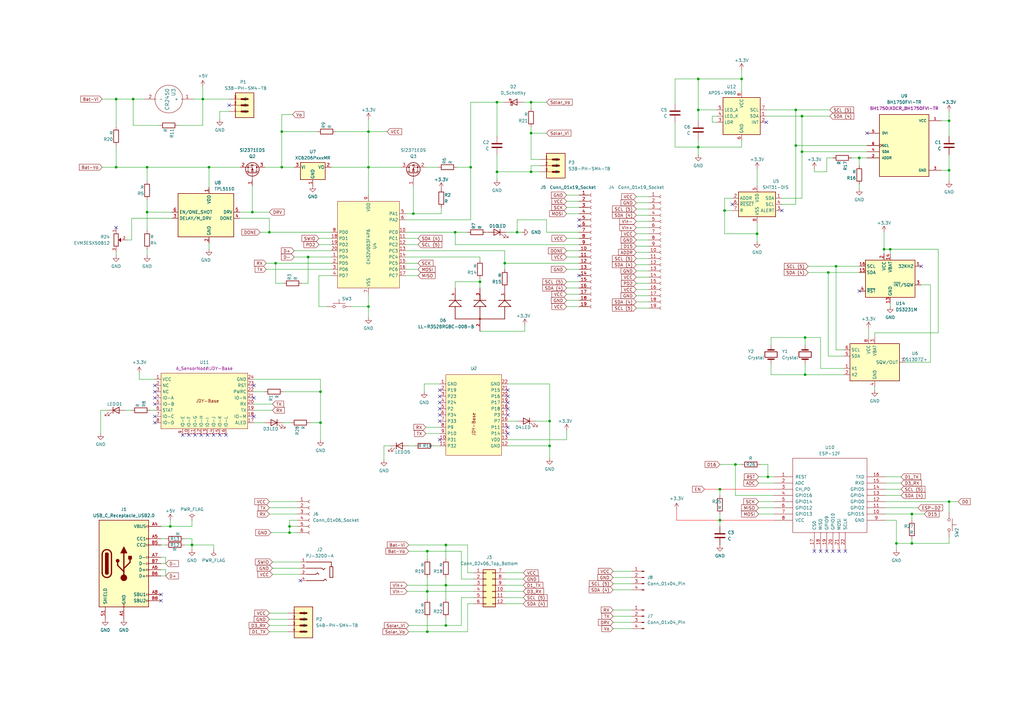
<source format=kicad_sch>
(kicad_sch (version 20230121) (generator eeschema)
  (paper "A3")
  (junction (at 389.255 49.53))
  (junction (at 151.13 125.73))
  (junction (at 47.625 68.58))
  (junction (at 113.03 107.95))
  (junction (at 207.01 107.95))
  (junction (at 115.57 68.58))
  (junction (at 193.04 68.58))
  (junction (at 225.425 182.88))
  (junction (at 126.365 105.41))
  (junction (at 203.835 70.485))
  (junction (at 203.835 41.91))
  (junction (at 47.625 40.64))
  (junction (at 115.57 53.975))
  (junction (at 367.665 222.885))
  (junction (at 342.9 109.22))
  (junction (at 131.445 160.655))
  (junction (at 169.545 87.63))
  (junction (at 212.09 95.25))
  (junction (at 225.425 172.72))
  (junction (at 295.275 213.36))
  (junction (at 217.805 54.61))
  (junction (at 151.13 68.58))
  (junction (at 83.185 40.64))
  (junction (at 362.585 102.235))
  (junction (at 182.88 256.54))
  (junction (at 330.2 138.43))
  (junction (at 60.325 68.58))
  (junction (at 175.26 226.06))
  (junction (at 297.18 86.36))
  (junction (at 60.325 86.995))
  (junction (at 118.745 218.44))
  (junction (at 118.745 215.9))
  (junction (at 339.725 111.76))
  (junction (at 103.505 86.995))
  (junction (at 314.96 195.58))
  (junction (at 131.445 173.355))
  (junction (at 310.515 95.885))
  (junction (at 330.2 153.67))
  (junction (at 295.275 200.66))
  (junction (at 328.93 62.23))
  (junction (at 328.93 47.625))
  (junction (at 182.88 223.52))
  (junction (at 326.39 59.69))
  (junction (at 374.015 210.82))
  (junction (at 186.69 95.25))
  (junction (at 286.385 32.385))
  (junction (at 286.385 60.325))
  (junction (at 374.015 222.885))
  (junction (at 389.255 205.74))
  (junction (at 196.85 115.57))
  (junction (at 301.625 190.5))
  (junction (at 78.74 223.52))
  (junction (at 365.125 102.235))
  (junction (at 110.49 95.25))
  (junction (at 175.26 259.08))
  (junction (at 151.13 53.975))
  (junction (at 352.425 64.77))
  (junction (at 182.88 240.03))
  (junction (at 389.255 69.85))
  (junction (at 304.165 32.385))
  (junction (at 69.85 215.9))
  (junction (at 54.61 40.64))
  (junction (at 217.805 70.485))
  (junction (at 85.725 68.58))
  (junction (at 326.39 45.085))
  (junction (at 217.805 41.91))
  (junction (at 286.385 45.085))
  (junction (at 175.26 242.57))
  (no_connect (at 336.55 226.06))
  (no_connect (at 104.14 170.815))
  (no_connect (at 104.14 158.115))
  (no_connect (at 180.34 170.18))
  (no_connect (at 77.47 178.435))
  (no_connect (at 237.49 92.71))
  (no_connect (at 344.17 226.06))
  (no_connect (at 300.355 83.82))
  (no_connect (at 93.98 43.18))
  (no_connect (at 346.71 226.06))
  (no_connect (at 208.28 165.1))
  (no_connect (at 355.6 54.61))
  (no_connect (at 320.675 86.36))
  (no_connect (at 237.49 113.03))
  (no_connect (at 180.34 172.72))
  (no_connect (at 104.14 163.195))
  (no_connect (at 334.01 226.06))
  (no_connect (at 66.04 246.38))
  (no_connect (at 82.55 178.435))
  (no_connect (at 90.17 178.435))
  (no_connect (at 314.325 50.165))
  (no_connect (at 208.28 162.56))
  (no_connect (at 87.63 178.435))
  (no_connect (at 92.71 178.435))
  (no_connect (at 180.34 167.64))
  (no_connect (at 352.425 119.38))
  (no_connect (at 208.28 170.18))
  (no_connect (at 339.09 226.06))
  (no_connect (at 208.28 177.8))
  (no_connect (at 80.01 178.435))
  (no_connect (at 85.09 178.435))
  (no_connect (at 377.825 109.22))
  (no_connect (at 341.63 226.06))
  (no_connect (at 63.5 163.195))
  (no_connect (at 63.5 158.115))
  (no_connect (at 63.5 160.655))
  (no_connect (at 237.49 90.17))
  (no_connect (at 208.28 167.64))
  (no_connect (at 66.04 243.84))
  (no_connect (at 63.5 165.735))
  (no_connect (at 208.28 160.02))
  (no_connect (at 63.5 170.815))
  (no_connect (at 74.93 178.435))
  (no_connect (at 180.34 180.34))
  (no_connect (at 180.34 160.02))
  (no_connect (at 208.28 175.26))
  (no_connect (at 180.34 162.56))
  (no_connect (at 63.5 173.355))
  (no_connect (at 47.625 93.345))
  (no_connect (at 180.34 165.1))
  (no_connect (at 123.19 238.125))
  (wire (pts (xy 60.325 68.58) (xy 85.725 68.58)))
  (wire (pts (xy 286.385 32.385) (xy 276.86 32.385)))
  (wire (pts (xy 130.81 97.79) (xy 135.89 97.79)))
  (wire (pts (xy 135.89 68.58) (xy 151.13 68.58)))
  (wire (pts (xy 47.625 103.505) (xy 47.625 104.775)))
  (wire (pts (xy 167.005 240.03) (xy 182.88 240.03)))
  (wire (pts (xy 47.625 40.64) (xy 54.61 40.64)))
  (wire (pts (xy 320.675 83.82) (xy 326.39 83.82)))
  (wire (pts (xy 41.91 68.58) (xy 47.625 68.58)))
  (wire (pts (xy 53.975 89.535) (xy 70.485 89.535)))
  (wire (pts (xy 314.325 47.625) (xy 328.93 47.625)))
  (wire (pts (xy 83.185 40.64) (xy 93.98 40.64)))
  (wire (pts (xy 116.205 116.205) (xy 113.03 116.205)))
  (wire (pts (xy 207.01 107.95) (xy 237.49 107.95)))
  (wire (pts (xy 316.23 153.67) (xy 330.2 153.67)))
  (wire (pts (xy 389.255 49.53) (xy 389.255 55.88)))
  (wire (pts (xy 286.385 60.325) (xy 276.86 60.325)))
  (wire (pts (xy 131.445 155.575) (xy 131.445 160.655)))
  (wire (pts (xy 304.165 60.325) (xy 286.385 60.325)))
  (wire (pts (xy 191.77 223.52) (xy 191.77 234.95)))
  (wire (pts (xy 158.75 53.975) (xy 151.13 53.975)))
  (wire (pts (xy 110.49 95.25) (xy 135.89 95.25)))
  (wire (pts (xy 286.385 45.085) (xy 286.385 49.53)))
  (wire (pts (xy 215.265 135.89) (xy 196.85 135.89)))
  (wire (pts (xy 214.63 41.91) (xy 217.805 41.91)))
  (wire (pts (xy 232.41 87.63) (xy 237.49 87.63)))
  (wire (pts (xy 203.835 41.91) (xy 207.01 41.91)))
  (wire (pts (xy 316.23 149.225) (xy 316.23 153.67)))
  (wire (pts (xy 110.49 251.46) (xy 118.11 251.46)))
  (wire (pts (xy 103.505 86.995) (xy 103.505 76.2)))
  (wire (pts (xy 78.74 215.9) (xy 69.85 215.9)))
  (wire (pts (xy 232.41 97.79) (xy 237.49 97.79)))
  (wire (pts (xy 341.63 64.77) (xy 339.09 64.77)))
  (wire (pts (xy 358.775 136.525) (xy 384.81 136.525)))
  (wire (pts (xy 232.41 85.09) (xy 237.49 85.09)))
  (wire (pts (xy 232.41 180.34) (xy 208.28 180.34)))
  (wire (pts (xy 346.075 151.13) (xy 336.55 151.13)))
  (wire (pts (xy 135.89 113.03) (xy 130.81 113.03)))
  (wire (pts (xy 166.37 95.25) (xy 186.69 95.25)))
  (wire (pts (xy 151.13 48.895) (xy 151.13 53.975)))
  (wire (pts (xy 251.46 236.855) (xy 259.08 236.855)))
  (wire (pts (xy 260.985 100.965) (xy 266.065 100.965)))
  (wire (pts (xy 186.69 115.57) (xy 196.85 115.57)))
  (wire (pts (xy 232.41 118.11) (xy 237.49 118.11)))
  (wire (pts (xy 118.745 218.44) (xy 121.92 218.44)))
  (wire (pts (xy 110.49 89.535) (xy 110.49 95.25)))
  (wire (pts (xy 328.93 62.23) (xy 328.93 81.28)))
  (wire (pts (xy 330.2 149.225) (xy 330.2 153.67)))
  (wire (pts (xy 175.26 226.06) (xy 189.23 226.06)))
  (wire (pts (xy 389.255 210.185) (xy 389.255 205.74)))
  (wire (pts (xy 260.985 98.425) (xy 266.065 98.425)))
  (wire (pts (xy 164.465 68.58) (xy 151.13 68.58)))
  (wire (pts (xy 336.55 138.43) (xy 330.2 138.43)))
  (wire (pts (xy 260.985 93.345) (xy 266.065 93.345)))
  (wire (pts (xy 352.425 64.77) (xy 355.6 64.77)))
  (wire (pts (xy 51.435 168.275) (xy 53.975 168.275)))
  (wire (pts (xy 389.255 63.5) (xy 389.255 69.85)))
  (wire (pts (xy 310.515 91.44) (xy 310.515 95.885)))
  (wire (pts (xy 207.01 107.95) (xy 207.01 110.49)))
  (wire (pts (xy 98.425 86.995) (xy 103.505 86.995)))
  (wire (pts (xy 85.725 68.58) (xy 98.425 68.58)))
  (wire (pts (xy 67.945 231.14) (xy 67.945 228.6)))
  (wire (pts (xy 330.2 153.67) (xy 346.075 153.67)))
  (wire (pts (xy 115.57 46.99) (xy 115.57 53.975)))
  (wire (pts (xy 137.795 53.975) (xy 151.13 53.975)))
  (wire (pts (xy 177.8 182.88) (xy 180.34 182.88)))
  (wire (pts (xy 232.41 123.19) (xy 237.49 123.19)))
  (wire (pts (xy 123.825 116.205) (xy 126.365 116.205)))
  (wire (pts (xy 217.805 54.61) (xy 224.155 54.61)))
  (wire (pts (xy 208.28 157.48) (xy 225.425 157.48)))
  (wire (pts (xy 111.76 235.585) (xy 123.19 235.585)))
  (wire (pts (xy 104.14 165.735) (xy 111.76 165.735)))
  (wire (pts (xy 328.93 62.23) (xy 355.6 62.23)))
  (wire (pts (xy 386.08 69.85) (xy 389.255 69.85)))
  (wire (pts (xy 358.775 136.525) (xy 358.775 138.43)))
  (wire (pts (xy 109.22 110.49) (xy 135.89 110.49)))
  (wire (pts (xy 260.985 123.825) (xy 266.065 123.825)))
  (wire (pts (xy 115.57 53.975) (xy 115.57 68.58)))
  (wire (pts (xy 167.005 242.57) (xy 175.26 242.57)))
  (wire (pts (xy 304.165 190.5) (xy 301.625 190.5)))
  (wire (pts (xy 326.39 45.085) (xy 326.39 59.69)))
  (wire (pts (xy 381.635 148.59) (xy 371.475 148.59)))
  (wire (pts (xy 365.125 102.235) (xy 362.585 102.235)))
  (wire (pts (xy 182.88 240.03) (xy 194.31 240.03)))
  (wire (pts (xy 328.93 47.625) (xy 340.36 47.625)))
  (wire (pts (xy 67.945 236.22) (xy 66.04 236.22)))
  (wire (pts (xy 41.91 40.64) (xy 47.625 40.64)))
  (wire (pts (xy 182.88 240.03) (xy 182.88 245.745)))
  (wire (pts (xy 304.165 28.575) (xy 304.165 32.385)))
  (wire (pts (xy 260.985 106.045) (xy 266.065 106.045)))
  (wire (pts (xy 60.325 86.995) (xy 60.325 94.615)))
  (wire (pts (xy 208.28 172.72) (xy 212.09 172.72)))
  (wire (pts (xy 78.74 223.52) (xy 87.63 223.52)))
  (wire (pts (xy 260.985 113.665) (xy 266.065 113.665)))
  (wire (pts (xy 110.49 210.82) (xy 121.92 210.82)))
  (wire (pts (xy 83.185 35.56) (xy 83.185 40.64)))
  (wire (pts (xy 251.46 257.81) (xy 259.08 257.81)))
  (wire (pts (xy 52.197 98.425) (xy 53.975 98.425)))
  (wire (pts (xy 304.165 32.385) (xy 286.385 32.385)))
  (wire (pts (xy 297.18 86.36) (xy 297.18 95.885)))
  (wire (pts (xy 301.625 203.2) (xy 317.5 203.2)))
  (wire (pts (xy 232.41 80.01) (xy 237.49 80.01)))
  (wire (pts (xy 232.41 82.55) (xy 237.49 82.55)))
  (wire (pts (xy 295.275 213.36) (xy 317.5 213.36)) (stroke (width 0) (color 255 0 0 1)))
  (wire (pts (xy 339.725 146.05) (xy 346.075 146.05)))
  (wire (pts (xy 131.445 160.655) (xy 131.445 173.355)))
  (wire (pts (xy 166.37 113.03) (xy 171.45 113.03)))
  (wire (pts (xy 260.985 118.745) (xy 266.065 118.745)))
  (wire (pts (xy 182.88 236.855) (xy 182.88 240.03)))
  (wire (pts (xy 110.49 254) (xy 118.11 254)))
  (wire (pts (xy 193.04 41.91) (xy 203.835 41.91)))
  (wire (pts (xy 374.015 210.82) (xy 374.015 213.36)))
  (wire (pts (xy 110.49 256.54) (xy 118.11 256.54)))
  (wire (pts (xy 196.85 115.57) (xy 196.85 118.11)))
  (wire (pts (xy 131.445 173.355) (xy 131.445 180.34)))
  (wire (pts (xy 187.325 68.58) (xy 193.04 68.58)))
  (wire (pts (xy 286.385 63.5) (xy 286.385 60.325)))
  (wire (pts (xy 85.725 68.58) (xy 85.725 76.835)))
  (wire (pts (xy 175.26 259.08) (xy 191.77 259.08)))
  (wire (pts (xy 126.365 105.41) (xy 126.365 116.205)))
  (wire (pts (xy 113.03 116.205) (xy 113.03 107.95)))
  (wire (pts (xy 286.385 32.385) (xy 286.385 45.085)))
  (wire (pts (xy 232.41 105.41) (xy 237.49 105.41)))
  (wire (pts (xy 175.26 242.57) (xy 194.31 242.57)))
  (wire (pts (xy 374.015 210.82) (xy 379.095 210.82)))
  (wire (pts (xy 304.165 32.385) (xy 304.165 37.465)))
  (wire (pts (xy 151.13 120.65) (xy 151.13 125.73)))
  (wire (pts (xy 342.9 109.22) (xy 352.425 109.22)))
  (wire (pts (xy 167.64 182.88) (xy 170.18 182.88)))
  (wire (pts (xy 171.45 110.49) (xy 166.37 110.49)))
  (wire (pts (xy 75.565 223.52) (xy 78.74 223.52)))
  (wire (pts (xy 356.235 134.62) (xy 356.235 138.43)))
  (wire (pts (xy 225.425 157.48) (xy 225.425 172.72)))
  (wire (pts (xy 182.88 223.52) (xy 191.77 223.52)))
  (wire (pts (xy 217.805 54.61) (xy 217.805 65.405)))
  (wire (pts (xy 130.81 125.73) (xy 133.985 125.73)))
  (wire (pts (xy 352.425 67.945) (xy 352.425 64.77)))
  (wire (pts (xy 316.23 141.605) (xy 316.23 138.43)))
  (wire (pts (xy 166.37 102.87) (xy 207.01 102.87)))
  (wire (pts (xy 144.145 125.73) (xy 151.13 125.73)))
  (wire (pts (xy 83.185 40.64) (xy 79.375 40.64)))
  (wire (pts (xy 349.25 64.77) (xy 352.425 64.77)))
  (wire (pts (xy 60.325 81.915) (xy 60.325 86.995)))
  (wire (pts (xy 214.63 245.11) (xy 207.01 245.11)))
  (wire (pts (xy 377.825 116.84) (xy 381.635 116.84)))
  (wire (pts (xy 219.71 172.72) (xy 225.425 172.72)))
  (wire (pts (xy 87.63 223.52) (xy 87.63 225.425)))
  (wire (pts (xy 174.625 68.58) (xy 179.705 68.58)))
  (wire (pts (xy 294.005 50.165) (xy 292.1 50.165)))
  (wire (pts (xy 260.985 80.645) (xy 266.065 80.645)))
  (wire (pts (xy 365.125 104.14) (xy 365.125 102.235)))
  (wire (pts (xy 232.41 115.57) (xy 237.49 115.57)))
  (wire (pts (xy 363.22 213.36) (xy 367.665 213.36)))
  (wire (pts (xy 196.85 114.3) (xy 196.85 115.57)))
  (wire (pts (xy 160.02 182.88) (xy 157.48 182.88)))
  (wire (pts (xy 189.23 237.49) (xy 194.31 237.49)))
  (wire (pts (xy 260.985 116.205) (xy 266.065 116.205)))
  (wire (pts (xy 66.04 233.68) (xy 67.945 233.68)))
  (wire (pts (xy 83.185 51.435) (xy 83.185 40.64)))
  (wire (pts (xy 41.275 168.275) (xy 41.275 177.8)))
  (wire (pts (xy 54.61 40.64) (xy 59.055 40.64)))
  (wire (pts (xy 363.22 203.2) (xy 369.57 203.2)))
  (wire (pts (xy 171.45 107.95) (xy 166.37 107.95)))
  (wire (pts (xy 214.63 234.95) (xy 207.01 234.95)))
  (wire (pts (xy 70.485 86.995) (xy 60.325 86.995)))
  (wire (pts (xy 363.22 210.82) (xy 374.015 210.82)))
  (wire (pts (xy 363.22 208.28) (xy 376.555 208.28)))
  (wire (pts (xy 292.1 47.625) (xy 294.005 47.625)))
  (wire (pts (xy 169.545 76.2) (xy 169.545 87.63)))
  (wire (pts (xy 295.275 210.82) (xy 295.275 213.36)))
  (wire (pts (xy 47.625 68.58) (xy 60.325 68.58)))
  (wire (pts (xy 317.5 198.12) (xy 311.15 198.12)))
  (wire (pts (xy 121.92 213.36) (xy 118.745 213.36)))
  (wire (pts (xy 217.805 52.07) (xy 217.805 54.61)))
  (wire (pts (xy 251.46 252.73) (xy 259.08 252.73)))
  (wire (pts (xy 214.63 237.49) (xy 207.01 237.49)))
  (wire (pts (xy 111.125 218.44) (xy 118.745 218.44)))
  (wire (pts (xy 167.64 256.54) (xy 182.88 256.54)))
  (wire (pts (xy 288.925 200.66) (xy 295.275 200.66)) (stroke (width 0) (color 255 0 0 1)))
  (wire (pts (xy 113.03 107.95) (xy 135.89 107.95)))
  (wire (pts (xy 60.325 102.235) (xy 60.325 104.775)))
  (wire (pts (xy 363.22 198.12) (xy 369.57 198.12)))
  (wire (pts (xy 116.205 160.655) (xy 131.445 160.655)))
  (wire (pts (xy 384.81 102.235) (xy 384.81 136.525)))
  (wire (pts (xy 121.92 215.9) (xy 118.745 215.9)))
  (wire (pts (xy 173.99 160.655) (xy 173.99 157.48)))
  (wire (pts (xy 182.88 256.54) (xy 189.23 256.54)))
  (wire (pts (xy 212.09 90.17) (xy 224.155 90.17)))
  (wire (pts (xy 116.205 173.355) (xy 119.38 173.355)))
  (wire (pts (xy 276.86 60.325) (xy 276.86 50.165)))
  (wire (pts (xy 203.835 70.485) (xy 203.835 73.66)))
  (wire (pts (xy 167.64 223.52) (xy 182.88 223.52)))
  (wire (pts (xy 110.49 208.28) (xy 121.92 208.28)))
  (wire (pts (xy 167.64 226.06) (xy 175.26 226.06)))
  (wire (pts (xy 186.69 115.57) (xy 186.69 118.11)))
  (wire (pts (xy 301.625 190.5) (xy 301.625 203.2)))
  (wire (pts (xy 63.5 155.575) (xy 57.15 155.575)))
  (wire (pts (xy 374.015 220.98) (xy 374.015 222.885)))
  (wire (pts (xy 104.14 168.275) (xy 111.76 168.275)))
  (wire (pts (xy 363.22 200.66) (xy 369.57 200.66)))
  (wire (pts (xy 151.13 125.73) (xy 151.13 130.175)))
  (wire (pts (xy 118.745 213.36) (xy 118.745 215.9)))
  (wire (pts (xy 260.985 85.725) (xy 266.065 85.725)))
  (wire (pts (xy 389.255 205.74) (xy 393.065 205.74)))
  (wire (pts (xy 251.46 234.315) (xy 259.08 234.315)))
  (wire (pts (xy 109.22 107.95) (xy 113.03 107.95)))
  (wire (pts (xy 381.635 116.84) (xy 381.635 148.59)))
  (wire (pts (xy 175.26 236.855) (xy 175.26 242.57)))
  (wire (pts (xy 98.425 89.535) (xy 110.49 89.535)))
  (wire (pts (xy 217.805 67.945) (xy 221.615 67.945)))
  (wire (pts (xy 175.26 253.365) (xy 175.26 259.08)))
  (wire (pts (xy 251.46 255.27) (xy 259.08 255.27)))
  (wire (pts (xy 277.495 213.36) (xy 277.495 208.915)) (stroke (width 0) (color 255 0 0 1)))
  (wire (pts (xy 304.165 57.785) (xy 304.165 60.325)))
  (wire (pts (xy 110.49 205.74) (xy 121.92 205.74)))
  (wire (pts (xy 111.76 230.505) (xy 123.19 230.505)))
  (wire (pts (xy 367.665 213.36) (xy 367.665 222.885)))
  (wire (pts (xy 151.13 68.58) (xy 151.13 80.01)))
  (wire (pts (xy 93.98 45.72) (xy 90.17 45.72)))
  (wire (pts (xy 191.77 259.08) (xy 191.77 247.65)))
  (wire (pts (xy 180.975 87.63) (xy 180.975 85.09)))
  (wire (pts (xy 120.65 102.87) (xy 135.89 102.87)))
  (wire (pts (xy 115.57 68.58) (xy 120.65 68.58)))
  (wire (pts (xy 189.23 245.11) (xy 189.23 256.54)))
  (wire (pts (xy 126.365 105.41) (xy 135.89 105.41)))
  (wire (pts (xy 115.57 53.975) (xy 130.175 53.975)))
  (wire (pts (xy 260.985 111.125) (xy 266.065 111.125)))
  (wire (pts (xy 300.355 86.36) (xy 297.18 86.36)))
  (wire (pts (xy 295.275 200.66) (xy 295.275 203.2)))
  (wire (pts (xy 75.565 220.98) (xy 78.74 220.98)))
  (wire (pts (xy 260.985 108.585) (xy 266.065 108.585)))
  (wire (pts (xy 314.96 190.5) (xy 314.96 195.58)))
  (wire (pts (xy 174.625 177.8) (xy 180.34 177.8)))
  (wire (pts (xy 317.5 210.82) (xy 311.15 210.82)))
  (wire (pts (xy 193.04 41.91) (xy 193.04 68.58)))
  (wire (pts (xy 173.99 157.48) (xy 180.34 157.48)))
  (wire (pts (xy 389.255 222.885) (xy 374.015 222.885)))
  (wire (pts (xy 208.28 182.88) (xy 225.425 182.88)))
  (wire (pts (xy 110.49 259.08) (xy 118.11 259.08)))
  (wire (pts (xy 67.945 233.68) (xy 67.945 236.22)))
  (wire (pts (xy 260.985 88.265) (xy 266.065 88.265)))
  (wire (pts (xy 232.41 176.53) (xy 232.41 180.34)))
  (wire (pts (xy 69.85 215.9) (xy 69.85 213.36)))
  (wire (pts (xy 217.805 70.485) (xy 221.615 70.485)))
  (wire (pts (xy 334.01 70.485) (xy 334.01 69.215)))
  (wire (pts (xy 389.255 49.53) (xy 386.08 49.53)))
  (wire (pts (xy 339.725 111.76) (xy 352.425 111.76)))
  (wire (pts (xy 232.41 110.49) (xy 237.49 110.49)))
  (wire (pts (xy 331.47 111.76) (xy 339.725 111.76)))
  (wire (pts (xy 311.785 190.5) (xy 314.96 190.5)))
  (wire (pts (xy 78.74 223.52) (xy 78.74 225.425)))
  (wire (pts (xy 66.04 231.14) (xy 67.945 231.14)))
  (wire (pts (xy 120.65 105.41) (xy 126.365 105.41)))
  (wire (pts (xy 317.5 205.74) (xy 311.15 205.74)))
  (wire (pts (xy 186.69 95.25) (xy 191.77 95.25)))
  (wire (pts (xy 191.77 247.65) (xy 194.31 247.65)))
  (wire (pts (xy 365.125 102.235) (xy 384.81 102.235)))
  (wire (pts (xy 78.74 220.98) (xy 78.74 223.52)))
  (wire (pts (xy 260.985 95.885) (xy 266.065 95.885)))
  (wire (pts (xy 358.775 158.75) (xy 358.775 160.02)))
  (wire (pts (xy 326.39 59.69) (xy 326.39 83.82)))
  (wire (pts (xy 166.37 90.17) (xy 193.04 90.17)))
  (wire (pts (xy 277.495 213.36) (xy 295.275 213.36)) (stroke (width 0) (color 255 0 0 1)))
  (wire (pts (xy 66.04 220.98) (xy 67.945 220.98)))
  (wire (pts (xy 295.275 200.66) (xy 317.5 200.66)) (stroke (width 0) (color 255 0 0 1)))
  (wire (pts (xy 339.09 70.485) (xy 334.01 70.485)))
  (wire (pts (xy 212.09 95.25) (xy 213.995 95.25)))
  (wire (pts (xy 67.945 228.6) (xy 66.04 228.6)))
  (wire (pts (xy 295.275 190.5) (xy 301.625 190.5)))
  (wire (pts (xy 203.835 41.91) (xy 203.835 55.88)))
  (wire (pts (xy 167.64 259.08) (xy 175.26 259.08)))
  (wire (pts (xy 108.585 68.58) (xy 115.57 68.58)))
  (wire (pts (xy 214.63 240.03) (xy 207.01 240.03)))
  (wire (pts (xy 78.74 213.36) (xy 78.74 215.9)))
  (wire (pts (xy 130.81 113.03) (xy 130.81 125.73)))
  (wire (pts (xy 57.15 155.575) (xy 57.15 153.035)))
  (wire (pts (xy 276.86 32.385) (xy 276.86 42.545)))
  (wire (pts (xy 104.14 155.575) (xy 131.445 155.575)))
  (wire (pts (xy 182.88 253.365) (xy 182.88 256.54)))
  (wire (pts (xy 118.745 215.9) (xy 118.745 218.44)))
  (wire (pts (xy 260.985 126.365) (xy 266.065 126.365)))
  (wire (pts (xy 214.63 242.57) (xy 207.01 242.57)))
  (wire (pts (xy 300.355 81.28) (xy 297.18 81.28)))
  (wire (pts (xy 286.385 57.15) (xy 286.385 60.325)))
  (wire (pts (xy 251.46 241.935) (xy 259.08 241.935)))
  (wire (pts (xy 362.585 102.235) (xy 362.585 104.14)))
  (wire (pts (xy 346.075 143.51) (xy 342.9 143.51)))
  (wire (pts (xy 389.255 45.72) (xy 389.255 49.53)))
  (wire (pts (xy 199.39 95.25) (xy 200.025 95.25)))
  (wire (pts (xy 363.22 195.58) (xy 369.57 195.58)))
  (wire (pts (xy 317.5 208.28) (xy 311.15 208.28)))
  (wire (pts (xy 225.425 172.72) (xy 225.425 182.88)))
  (wire (pts (xy 217.805 67.945) (xy 217.805 70.485)))
  (wire (pts (xy 166.37 100.33) (xy 171.45 100.33)))
  (wire (pts (xy 60.325 68.58) (xy 60.325 74.295)))
  (wire (pts (xy 225.425 182.88) (xy 225.425 187.96)))
  (wire (pts (xy 297.18 95.885) (xy 310.515 95.885)))
  (wire (pts (xy 182.88 223.52) (xy 182.88 229.235)))
  (wire (pts (xy 310.515 69.215) (xy 310.515 76.2)))
  (wire (pts (xy 193.04 90.17) (xy 193.04 68.58)))
  (wire (pts (xy 212.09 90.17) (xy 212.09 95.25)))
  (wire (pts (xy 232.41 125.73) (xy 237.49 125.73)))
  (wire (pts (xy 196.85 105.41) (xy 196.85 106.68)))
  (wire (pts (xy 127 173.355) (xy 131.445 173.355)))
  (wire (pts (xy 47.625 59.69) (xy 47.625 68.58)))
  (wire (pts (xy 175.26 226.06) (xy 175.26 229.235)))
  (wire (pts (xy 166.37 87.63) (xy 169.545 87.63)))
  (wire (pts (xy 207.01 102.87) (xy 207.01 107.95)))
  (wire (pts (xy 365.125 124.46) (xy 365.125 125.73)))
  (wire (pts (xy 166.37 105.41) (xy 196.85 105.41)))
  (wire (pts (xy 363.22 205.74) (xy 389.255 205.74)))
  (wire (pts (xy 292.1 50.165) (xy 292.1 47.625)))
  (wire (pts (xy 103.505 86.995) (xy 110.49 86.995)))
  (wire (pts (xy 215.265 133.35) (xy 215.265 135.89)))
  (wire (pts (xy 224.155 90.17) (xy 224.155 95.25)))
  (wire (pts (xy 151.13 53.975) (xy 151.13 68.58)))
  (wire (pts (xy 260.985 90.805) (xy 266.065 90.805)))
  (wire (pts (xy 310.515 95.885) (xy 310.515 99.06)))
  (wire (pts (xy 389.255 220.345) (xy 389.255 222.885)))
  (wire (pts (xy 389.255 69.85) (xy 389.255 74.295)))
  (wire (pts (xy 342.9 143.51) (xy 342.9 109.22)))
  (wire (pts (xy 316.23 138.43) (xy 330.2 138.43)))
  (wire (pts (xy 326.39 59.69) (xy 355.6 59.69)))
  (wire (pts (xy 217.805 65.405) (xy 221.615 65.405)))
  (wire (pts (xy 260.985 103.505) (xy 266.065 103.505)))
  (wire (pts (xy 194.31 245.11) (xy 189.23 245.11)))
  (wire (pts (xy 224.155 95.25) (xy 237.49 95.25)))
  (wire (pts (xy 189.23 226.06) (xy 189.23 237.49)))
  (wire (pts (xy 174.625 175.26) (xy 180.34 175.26)))
  (wire (pts (xy 203.835 63.5) (xy 203.835 70.485)))
  (wire (pts (xy 326.39 45.085) (xy 340.36 45.085)))
  (wire (pts (xy 232.41 120.65) (xy 237.49 120.65)))
  (wire (pts (xy 217.805 41.91) (xy 224.155 41.91)))
  (wire (pts (xy 203.835 70.485) (xy 217.805 70.485)))
  (wire (pts (xy 260.985 121.285) (xy 266.065 121.285)))
  (wire (pts (xy 104.14 173.355) (xy 108.585 173.355)))
  (wire (pts (xy 214.63 247.65) (xy 207.01 247.65)))
  (wire (pts (xy 362.585 95.25) (xy 362.585 102.235)))
  (wire (pts (xy 186.69 100.33) (xy 186.69 95.25)))
  (wire (pts (xy 191.77 234.95) (xy 194.31 234.95)))
  (wire (pts (xy 217.805 41.91) (xy 217.805 44.45)))
  (wire (pts (xy 166.37 97.79) (xy 171.45 97.79)))
  (wire (pts (xy 367.665 222.885) (xy 367.665 225.425)))
  (wire (pts (xy 295.275 213.36) (xy 295.275 215.9)))
  (wire (pts (xy 47.625 40.64) (xy 47.625 52.07)))
  (wire (pts (xy 330.2 138.43) (xy 330.2 141.605)))
  (wire (pts (xy 317.5 195.58) (xy 314.96 195.58)))
  (wire (pts (xy 85.725 99.695) (xy 85.725 102.235)))
  (wire (pts (xy 65.405 51.435) (xy 54.61 51.435)))
  (wire (pts (xy 294.005 45.085) (xy 286.385 45.085)))
  (wire (pts (xy 111.76 233.045) (xy 123.19 233.045)))
  (wire (pts (xy 339.725 111.76) (xy 339.725 146.05)))
  (wire (pts (xy 157.48 182.88) (xy 157.48 188.595)))
  (wire (pts (xy 320.675 81.28) (xy 328.93 81.28)))
  (wire (pts (xy 54.61 51.435) (xy 54.61 40.64)))
  (wire (pts (xy 260.985 83.185) (xy 266.065 83.185)))
  (wire (pts (xy 130.81 100.33) (xy 135.89 100.33)))
  (wire (pts (xy 314.96 195.58) (xy 311.15 195.58)))
  (wire (pts (xy 43.815 168.275) (xy 41.275 168.275)))
  (wire (pts (xy 251.46 250.19) (xy 259.08 250.19)))
  (wire (pts (xy 297.18 81.28) (xy 297.18 86.36)))
  (wire (pts (xy 339.09 64.77) (xy 339.09 70.485)))
  (wire (pts (xy 73.025 51.435) (xy 83.185 51.435)))
  (wire (pts (xy 90.17 45.72) (xy 90.17 48.895)))
  (wire (pts (xy 120.015 46.99) (xy 115.57 46.99)))
  (wire (pts (xy 175.26 242.57) (xy 175.26 245.745)))
  (wire (pts (xy 336.55 151.13) (xy 336.55 138.43)))
  (wire (pts (xy 374.015 222.885) (xy 367.665 222.885)))
  (wire (pts (xy 104.14 160.655) (xy 108.585 160.655)))
  (wire (pts (xy 66.04 215.9) (xy 69.85 215.9)))
  (wire (pts (xy 53.975 89.535) (xy 53.975 98.425)))
  (wire (pts (xy 207.645 95.25) (xy 212.09 95.25)))
  (wire (pts (xy 169.545 87.63) (xy 180.975 87.63)))
  (wire (pts (xy 314.325 45.085) (xy 326.39 45.085)))
  (wire (pts (xy 328.93 47.625) (xy 328.93 62.23)))
  (wire (pts (xy 352.425 75.565) (xy 352.425 77.47)))
  (wire (pts (xy 66.04 223.52) (xy 67.945 223.52)))
  (wire (pts (xy 237.49 100.33) (xy 186.69 100.33)))
  (wire (pts (xy 61.595 168.275) (xy 63.5 168.275)))
  (wire (pts (xy 331.47 109.22) (xy 342.9 109.22)))
  (wire (pts (xy 106.68 95.25) (xy 110.49 95.25)))
  (wire (pts (xy 232.41 102.87) (xy 237.49 102.87)))
  (wire (pts (xy 251.46 239.395) (xy 259.08 239.395)))
  (global_label "Vo" (shape input) (at 120.015 46.99 0) (property "Intersheetrefs" "${INTERSHEET_REFS}" (effects hide)))
  (global_label "VCC" (shape input) (at 232.41 82.55 180) (property "Intersheetrefs" "${INTERSHEET_REFS}" (effects hide)))
  (global_label "Bat-Vo" (shape input) (at 41.91 68.58 180) (property "Intersheetrefs" "${INTERSHEET_REFS}" (effects hide)))
  (global_label "SDA (4)" (shape input) (at 331.47 111.76 180) (property "Intersheetrefs" "${INTERSHEET_REFS}" (effects hide)))
  (global_label "Vin+" (shape input) (at 167.005 240.03 180) (property "Intersheetrefs" "${INTERSHEET_REFS}" (effects hide)))
  (global_label "Solar_Vo" (shape input) (at 167.64 259.08 180) (property "Intersheetrefs" "${INTERSHEET_REFS}" (effects hide)))
  (global_label "VCC" (shape input) (at 260.985 118.745 180) (property "Intersheetrefs" "${INTERSHEET_REFS}" (effects hide)))
  (global_label "TX" (shape input) (at 109.22 110.49 180) (property "Intersheetrefs" "${INTERSHEET_REFS}" (effects hide)))
  (global_label "D1_TX" (shape input) (at 214.63 240.03 0) (property "Intersheetrefs" "${INTERSHEET_REFS}" (effects hide)))
  (global_label "D+" (shape input) (at 120.65 102.87 180) (property "Intersheetrefs" "${INTERSHEET_REFS}" (effects hide)))
  (global_label "Bat-Vi" (shape input) (at 167.64 223.52 180) (property "Intersheetrefs" "${INTERSHEET_REFS}" (effects hide)))
  (global_label "VCC" (shape input) (at 110.49 205.74 180) (property "Intersheetrefs" "${INTERSHEET_REFS}" (effects hide)))
  (global_label "SWIO" (shape input) (at 130.81 97.79 180) (property "Intersheetrefs" "${INTERSHEET_REFS}" (effects hide)))
  (global_label "GND" (shape input) (at 111.125 218.44 180) (property "Intersheetrefs" "${INTERSHEET_REFS}" (effects hide)))
  (global_label "VCC" (shape input) (at 260.985 95.885 180) (property "Intersheetrefs" "${INTERSHEET_REFS}" (effects hide)))
  (global_label "SWIO" (shape input) (at 111.76 230.505 180) (property "Intersheetrefs" "${INTERSHEET_REFS}" (effects hide)))
  (global_label "VCC" (shape input) (at 158.75 53.975 0) (property "Intersheetrefs" "${INTERSHEET_REFS}" (effects hide)))
  (global_label "SCL (5)" (shape input) (at 171.45 100.33 0) (property "Intersheetrefs" "${INTERSHEET_REFS}" (effects hide)))
  (global_label "D-" (shape input) (at 120.65 105.41 180) (property "Intersheetrefs" "${INTERSHEET_REFS}" (effects hide)))
  (global_label "DRV" (shape input) (at 110.49 86.995 0) (property "Intersheetrefs" "${INTERSHEET_REFS}" (effects hide)))
  (global_label "TX" (shape input) (at 110.49 208.28 180) (property "Intersheetrefs" "${INTERSHEET_REFS}" (effects hide)))
  (global_label "GND" (shape input) (at 260.985 121.285 180) (property "Intersheetrefs" "${INTERSHEET_REFS}" (effects hide)))
  (global_label "SDA (4)" (shape input) (at 171.45 97.79 0) (property "Intersheetrefs" "${INTERSHEET_REFS}" (effects hide)))
  (global_label "VCC" (shape input) (at 260.985 113.665 180) (property "Intersheetrefs" "${INTERSHEET_REFS}" (effects hide)))
  (global_label "VCC" (shape input) (at 232.41 105.41 180) (property "Intersheetrefs" "${INTERSHEET_REFS}" (effects hide)))
  (global_label "SCL (5)" (shape input) (at 260.985 85.725 180) (property "Intersheetrefs" "${INTERSHEET_REFS}" (effects hide)))
  (global_label "VCC" (shape input) (at 232.41 125.73 180) (property "Intersheetrefs" "${INTERSHEET_REFS}" (effects hide)))
  (global_label "MISO" (shape input) (at 171.45 113.03 0) (property "Intersheetrefs" "${INTERSHEET_REFS}" (effects hide)))
  (global_label "Bat-Vi" (shape input) (at 41.91 40.64 180) (property "Intersheetrefs" "${INTERSHEET_REFS}" (effects hide)))
  (global_label "RX" (shape input) (at 109.22 107.95 180) (property "Intersheetrefs" "${INTERSHEET_REFS}" (effects hide)))
  (global_label "SCL (5)" (shape input) (at 251.46 239.395 180) (property "Intersheetrefs" "${INTERSHEET_REFS}" (effects hide)))
  (global_label "SDA (4)" (shape input) (at 232.41 118.11 180) (property "Intersheetrefs" "${INTERSHEET_REFS}" (effects hide)))
  (global_label "D-" (shape input) (at 67.945 231.14 0) (property "Intersheetrefs" "${INTERSHEET_REFS}" (effects hide)))
  (global_label "SDA (4)" (shape input) (at 369.57 203.2 0) (property "Intersheetrefs" "${INTERSHEET_REFS}" (effects hide)))
  (global_label "RX" (shape input) (at 174.625 175.26 180) (property "Intersheetrefs" "${INTERSHEET_REFS}" (effects hide)))
  (global_label "TX" (shape input) (at 174.625 177.8 180) (property "Intersheetrefs" "${INTERSHEET_REFS}" (effects hide)))
  (global_label "GND" (shape input) (at 260.985 98.425 180) (property "Intersheetrefs" "${INTERSHEET_REFS}" (effects hide)))
  (global_label "RX" (shape input) (at 110.49 210.82 180) (property "Intersheetrefs" "${INTERSHEET_REFS}" (effects hide)))
  (global_label "VCC" (shape input) (at 260.985 80.645 180) (property "Intersheetrefs" "${INTERSHEET_REFS}" (effects hide)))
  (global_label "Vin-" (shape input) (at 167.005 242.57 180) (property "Intersheetrefs" "${INTERSHEET_REFS}" (effects hide)))
  (global_label "SCK" (shape input) (at 311.15 205.74 180) (property "Intersheetrefs" "${INTERSHEET_REFS}" (effects hide)))
  (global_label "D3_RX" (shape input) (at 369.57 198.12 0) (property "Intersheetrefs" "${INTERSHEET_REFS}" (effects hide)))
  (global_label "SCL (5)" (shape input) (at 260.985 106.045 180) (property "Intersheetrefs" "${INTERSHEET_REFS}" (effects hide)))
  (global_label "Solar_Vi" (shape input) (at 167.64 256.54 180) (property "Intersheetrefs" "${INTERSHEET_REFS}" (effects hide)))
  (global_label "Bat-Vo" (shape input) (at 167.64 226.06 180) (property "Intersheetrefs" "${INTERSHEET_REFS}" (effects hide)))
  (global_label "Vo" (shape input) (at 251.46 257.81 180) (property "Intersheetrefs" "${INTERSHEET_REFS}" (effects hide)))
  (global_label "D16" (shape input) (at 295.275 190.5 180) (property "Intersheetrefs" "${INTERSHEET_REFS}" (effects hide)))
  (global_label "ADDR" (shape input) (at 260.985 103.505 180) (property "Intersheetrefs" "${INTERSHEET_REFS}" (effects hide)))
  (global_label "SDA (4)" (shape input) (at 214.63 247.65 0) (property "Intersheetrefs" "${INTERSHEET_REFS}" (effects hide)))
  (global_label "SDA (4)" (shape input) (at 251.46 241.935 180) (property "Intersheetrefs" "${INTERSHEET_REFS}" (effects hide)))
  (global_label "TX" (shape input) (at 251.46 252.73 180) (property "Intersheetrefs" "${INTERSHEET_REFS}" (effects hide)))
  (global_label "RX" (shape input) (at 111.76 168.275 0) (property "Intersheetrefs" "${INTERSHEET_REFS}" (effects hide)))
  (global_label "SCL (5)" (shape input) (at 214.63 245.11 0) (property "Intersheetrefs" "${INTERSHEET_REFS}" (effects hide)))
  (global_label "GND" (shape input) (at 232.41 123.19 180) (property "Intersheetrefs" "${INTERSHEET_REFS}" (effects hide)))
  (global_label "PD2" (shape input) (at 260.985 116.205 180) (property "Intersheetrefs" "${INTERSHEET_REFS}" (effects hide)))
  (global_label "SCL (5)" (shape input) (at 260.985 126.365 180) (property "Intersheetrefs" "${INTERSHEET_REFS}" (effects hide)))
  (global_label "GND" (shape input) (at 251.46 236.855 180) (property "Intersheetrefs" "${INTERSHEET_REFS}" (effects hide)))
  (global_label "D1_TX" (shape input) (at 369.57 195.58 0) (property "Intersheetrefs" "${INTERSHEET_REFS}" (effects hide)))
  (global_label "DRV" (shape input) (at 251.46 255.27 180) (property "Intersheetrefs" "${INTERSHEET_REFS}" (effects hide)))
  (global_label "VCC" (shape input) (at 232.41 120.65 180) (property "Intersheetrefs" "${INTERSHEET_REFS}" (effects hide)))
  (global_label "GND" (shape input) (at 111.76 233.045 180) (property "Intersheetrefs" "${INTERSHEET_REFS}" (effects hide)))
  (global_label "MISO" (shape input) (at 311.15 208.28 180) (property "Intersheetrefs" "${INTERSHEET_REFS}" (effects hide)))
  (global_label "TX" (shape input) (at 111.76 165.735 0) (property "Intersheetrefs" "${INTERSHEET_REFS}" (effects hide)))
  (global_label "D0" (shape input) (at 393.065 205.74 0) (property "Intersheetrefs" "${INTERSHEET_REFS}" (effects hide)))
  (global_label "VCC" (shape input) (at 232.41 97.79 180) (property "Intersheetrefs" "${INTERSHEET_REFS}" (effects hide)))
  (global_label "RST" (shape input) (at 311.15 195.58 180) (property "Intersheetrefs" "${INTERSHEET_REFS}" (effects hide)))
  (global_label "GND" (shape input) (at 110.49 254 180) (property "Intersheetrefs" "${INTERSHEET_REFS}" (effects hide)))
  (global_label "VCC" (shape input) (at 110.49 251.46 180) (property "Intersheetrefs" "${INTERSHEET_REFS}" (effects hide)))
  (global_label "EN" (shape input) (at 288.925 200.66 180) (property "Intersheetrefs" "${INTERSHEET_REFS}" (effects hide)))
  (global_label "MOSI" (shape input) (at 311.15 210.82 180) (property "Intersheetrefs" "${INTERSHEET_REFS}" (effects hide)))
  (global_label "MOSI" (shape input) (at 171.45 110.49 0) (property "Intersheetrefs" "${INTERSHEET_REFS}" (effects hide)))
  (global_label "GND" (shape input) (at 214.63 237.49 0) (property "Intersheetrefs" "${INTERSHEET_REFS}" (effects hide)))
  (global_label "SCK" (shape input) (at 171.45 107.95 0) (property "Intersheetrefs" "${INTERSHEET_REFS}" (effects hide)))
  (global_label "D15" (shape input) (at 379.095 210.82 0) (property "Intersheetrefs" "${INTERSHEET_REFS}" (effects hide)))
  (global_label "D15" (shape input) (at 260.985 100.965 180) (property "Intersheetrefs" "${INTERSHEET_REFS}" (effects hide)))
  (global_label "Vin-" (shape input) (at 260.985 90.805 180) (property "Intersheetrefs" "${INTERSHEET_REFS}" (effects hide)))
  (global_label "D1_TX" (shape input) (at 110.49 259.08 180) (property "Intersheetrefs" "${INTERSHEET_REFS}" (effects hide)))
  (global_label "DONE" (shape input) (at 232.41 102.87 180) (property "Intersheetrefs" "${INTERSHEET_REFS}" (effects hide)))
  (global_label "Solar_Vi" (shape input) (at 224.155 54.61 0) (property "Intersheetrefs" "${INTERSHEET_REFS}" (effects hide)))
  (global_label "GND" (shape input) (at 232.41 110.49 180) (property "Intersheetrefs" "${INTERSHEET_REFS}" (effects hide)))
  (global_label "SCL (5)" (shape input) (at 369.57 200.66 0) (property "Intersheetrefs" "${INTERSHEET_REFS}" (effects hide)))
  (global_label "PD2" (shape input) (at 130.81 100.33 180) (property "Intersheetrefs" "${INTERSHEET_REFS}" (effects hide)))
  (global_label "SDA (4)" (shape input) (at 340.36 47.625 0) (property "Intersheetrefs" "${INTERSHEET_REFS}" (effects hide)))
  (global_label "GND" (shape input) (at 260.985 83.185 180) (property "Intersheetrefs" "${INTERSHEET_REFS}" (effects hide)))
  (global_label "SCL (5)" (shape input) (at 232.41 115.57 180) (property "Intersheetrefs" "${INTERSHEET_REFS}" (effects hide)))
  (global_label "ESP-D2" (shape input) (at 376.555 208.28 0) (property "Intersheetrefs" "${INTERSHEET_REFS}" (effects hide)))
  (global_label "SCL (5)" (shape input) (at 340.36 45.085 0) (property "Intersheetrefs" "${INTERSHEET_REFS}" (effects hide)))
  (global_label "DONE" (shape input) (at 106.68 95.25 180) (property "Intersheetrefs" "${INTERSHEET_REFS}" (effects hide)))
  (global_label "Vin+" (shape input) (at 260.985 93.345 180) (property "Intersheetrefs" "${INTERSHEET_REFS}" (effects hide)))
  (global_label "SDA (4)" (shape input) (at 260.985 88.265 180) (property "Intersheetrefs" "${INTERSHEET_REFS}" (effects hide)))
  (global_label "RX" (shape input) (at 251.46 250.19 180) (property "Intersheetrefs" "${INTERSHEET_REFS}" (effects hide)))
  (global_label "D3_RX" (shape input) (at 110.49 256.54 180) (property "Intersheetrefs" "${INTERSHEET_REFS}" (effects hide)))
  (global_label "GND" (shape input) (at 232.41 80.01 180) (property "Intersheetrefs" "${INTERSHEET_REFS}" (effects hide)))
  (global_label "D+" (shape input) (at 67.945 236.22 0) (property "Intersheetrefs" "${INTERSHEET_REFS}" (effects hide)))
  (global_label "SCK" (shape input) (at 232.41 85.09 180) (property "Intersheetrefs" "${INTERSHEET_REFS}" (effects hide)))
  (global_label "MOSI" (shape input) (at 232.41 87.63 180) (property "Intersheetrefs" "${INTERSHEET_REFS}" (effects hide)))
  (global_label "SDA (4)" (shape input) (at 260.985 108.585 180) (property "Intersheetrefs" "${INTERSHEET_REFS}" (effects hide)))
  (global_label "SDA (4)" (shape input) (at 260.985 123.825 180) (property "Intersheetrefs" "${INTERSHEET_REFS}" (effects hide)))
  (global_label "VCC" (shape input) (at 251.46 234.315 180) (property "Intersheetrefs" "${INTERSHEET_REFS}" (effects hide)))
  (global_label "ADC" (shape input) (at 311.15 198.12 180) (property "Intersheetrefs" "${INTERSHEET_REFS}" (effects hide)))
  (global_label "GND" (shape input) (at 260.985 111.125 180) (property "Intersheetrefs" "${INTERSHEET_REFS}" (effects hide)))
  (global_label "Solar_Vo" (shape input) (at 224.155 41.91 0) (property "Intersheetrefs" "${INTERSHEET_REFS}" (effects hide)))
  (global_label "VCC" (shape input) (at 111.76 235.585 180) (property "Intersheetrefs" "${INTERSHEET_REFS}" (effects hide)))
  (global_label "VCC" (shape input) (at 214.63 234.95 0) (property "Intersheetrefs" "${INTERSHEET_REFS}" (effects hide)))
  (global_label "D3_RX" (shape input) (at 214.63 242.57 0) (property "Intersheetrefs" "${INTERSHEET_REFS}" (effects hide)))
  (global_label "SCL (5)" (shape input) (at 331.47 109.22 180) (property "Intersheetrefs" "${INTERSHEET_REFS}" (effects hide)))
  (symbol (lib_id "Device:R") (at 352.425 71.755 180) (unit 1)
    (property "Reference" "R16" (at 351.155 73.025 0) (effects (justify left)))
    (property "Value" "R" (at 351.155 70.485 0) (effects (justify left)))
    (property "Footprint" "Resistor_SMD:R_0603_1608Metric" (effects hide))
  )
  (symbol (lib_id "Device:R") (at 47.625 55.88 180) (unit 1)
    (property "Reference" "R20" (at 46.355 57.15 0) (effects (justify left)))
    (property "Value" "R" (at 46.355 54.61 0) (effects (justify left)))
    (property "Footprint" "Resistor_SMD:R_0603_1608Metric" (effects hide))
  )
  (symbol (lib_id "Connector:Conn_01x19_Socket") (at 242.57 102.87 0) (unit 1)
    (property "Reference" "J5" (at 221.615 76.835 0) (effects (justify left)))
    (property "Value" "Conn_01x19_Socket" (at 225.425 76.835 0) (effects (justify left)))
    (property "Footprint" "Connector_PinSocket_2.54mm:PinSocket_1x19_P2.54mm_Vertical" (effects hide))
  )
  (symbol (lib_id "power:+3.3V") (at 389.255 45.72 0) (unit 1)
    (property "Reference" "#PWR045" (effects hide))
    (property "Value" "+3.3V" (at 389.255 41.91 0))
  )
  (symbol (lib_id "Cr2450:CR2450") (at 69.215 40.64 270) (unit 1)
    (property "Reference" "U3" (at 71.12 36.195 0) (effects (font (size 1.524 1.524)) (justify left)))
    (property "Value" "CR2450" (at 68.58 36.195 0) (effects (font (size 1.524 1.524)) (justify left)))
    (property "Footprint" "Battery:BatteryHolder_ComfortableElectronic_CH273-2450_1x2450" (effects hide))
  )
  (symbol (lib_id "Device:LED") (at 47.625 168.275 0) (unit 1)
    (property "Reference" "D1" (at 48.895 165.735 0))
    (property "Value" "LED" (at 45.72 165.735 0))
    (property "Footprint" "LED_SMD:LED_0603_1608Metric" (effects hide))
  )
  (symbol (lib_id "power:GND") (at 173.99 160.655 0) (mirror y) (unit 1)
    (property "Reference" "#PWR024" (effects hide))
    (property "Value" "GND" (at 173.99 165.1 0))
  )
  (symbol (lib_id "power:GND") (at 128.27 76.2 0) (mirror y) (unit 1)
    (property "Reference" "#PWR021" (effects hide))
    (property "Value" "GND" (at 128.27 80.645 0))
  )
  (symbol (lib_id "Device:R") (at 112.395 160.655 90) (mirror x) (unit 1)
    (property "Reference" "R1" (at 111.125 161.925 0) (effects (justify left)))
    (property "Value" "R" (at 113.665 161.925 0) (effects (justify left)))
    (property "Footprint" "Resistor_SMD:R_0603_1608Metric" (effects hide))
  )
  (symbol (lib_id "Device:Crystal") (at 330.2 145.415 90) (unit 1)
    (property "Reference" "Y1" (at 320.675 144.145 90) (effects (justify right)))
    (property "Value" "Crystal" (at 320.675 146.685 90) (effects (justify right)))
    (property "Footprint" "Crystal:Crystal_SMD_3215-2Pin_3.2x1.5mm" (effects hide))
  )
  (symbol (lib_id "Connector:USB_C_Receptacle_USB2.0") (at 50.8 231.14 0) (unit 1)
    (property "Reference" "J1" (at 50.8 208.915 0))
    (property "Value" "USB_C_Receptacle_USB2.0" (at 50.8 211.455 0))
    (property "Footprint" "Connector_USB:USB_C_Receptacle_GCT_USB4135-GF-A_6P_TopMnt_Horizontal" (effects hide))
    (property "Datasheet" "https://www.usb.org/sites/default/files/documents/usb_type-c.zip" (effects hide))
  )
  (symbol (lib_id "JST_S4B-PH:S4B-PH-SM4-TB") (at 123.19 255.27 0) (unit 1)
    (property "Reference" "P2" (at 129.54 254 0) (effects (justify left)))
    (property "Value" "S4B-PH-SM4-TB" (at 129.54 256.54 0) (effects (justify left)))
    (property "Footprint" "S4B-PH:JST_S4B-PH-SM4-TB" (effects hide))
    (property "MF" "JST Sales" (effects hide))
    (property "Description" "\nConnector Header Surface Mount, Right Angle 4 position 0.079 (2.00mm)\n" (effects hide))
    (property "Package" "None" (effects hide))
    (property "Price" "None" (effects hide))
    (property "Check_prices" "https://www.snapeda.com/parts/S4B-PH-SM4-TB/JST+Sales+America+Inc./view-part/?ref=eda" (effects hide))
    (property "SnapEDA_Link" "https://www.snapeda.com/parts/S4B-PH-SM4-TB/JST+Sales+America+Inc./view-part/?ref=snap" (effects hide))
    (property "MP" "S4B-PH-SM4-TB" (effects hide))
    (property "Purchase-URL" "https://www.snapeda.com/api/url_track_click_mouser/?unipart_id=473686&manufacturer=JST Sales&part_name=S4B-PH-SM4-TB&search_term=s4b-ph" (effects hide))
    (property "Availability" "In Stock" (effects hide))
    (property "MANUFACTURER" "JST" (effects hide))
  )
  (symbol (lib_id "Device:C") (at 276.86 46.355 0) (mirror y) (unit 1)
    (property "Reference" "C5" (at 273.685 45.085 0) (effects (justify left)))
    (property "Value" "C" (at 273.685 47.625 0) (effects (justify left)))
    (property "Footprint" "Capacitor_SMD:C_1206_3216Metric" (effects hide))
  )
  (symbol (lib_id "Transistor_FET:Si2371EDS") (at 103.505 71.12 270) (mirror x) (unit 1)
    (property "Reference" "Q2" (at 103.505 64.135 90))
    (property "Value" "Si2371EDS" (at 103.505 61.595 90))
    (property "Footprint" "Package_TO_SOT_SMD:SOT-23" (effects hide))
    (property "Datasheet" "http://www.vishay.com/docs/63924/si2371eds.pdf" (effects hide))
  )
  (symbol (lib_id "power:GND") (at 41.275 177.8 0) (unit 1)
    (property "Reference" "#PWR017" (effects hide))
    (property "Value" "GND" (at 41.275 182.245 0))
  )
  (symbol (lib_id "Timer:TPL5110") (at 85.725 86.995 0) (unit 1)
    (property "Reference" "U8" (at 87.9191 74.93 0) (effects (justify left)))
    (property "Value" "TPL5110" (at 87.9191 77.47 0) (effects (justify left)))
    (property "Footprint" "Package_TO_SOT_SMD:SOT-23-6" (effects hide))
    (property "Datasheet" "http://www.ti.com/lit/ds/symlink/tpl5110.pdf" (effects hide))
  )
  (symbol (lib_id "Device:R") (at 207.01 114.3 180) (unit 1)
    (property "Reference" "R15" (at 205.74 115.57 0) (effects (justify left)))
    (property "Value" "R" (at 205.74 113.03 0) (effects (justify left)))
    (property "Footprint" "Resistor_SMD:R_1206_3216Metric" (effects hide))
  )
  (symbol (lib_id "power:GND") (at 60.325 104.775 0) (mirror y) (unit 1)
    (property "Reference" "#PWR05" (effects hide))
    (property "Value" "GND" (at 60.325 109.22 0))
  )
  (symbol (lib_id "Device:R") (at 173.99 182.88 270) (mirror x) (unit 1)
    (property "Reference" "R10" (at 173.355 182.88 90) (effects (justify left)))
    (property "Value" "R" (at 171.45 182.88 90) (effects (justify left)))
    (property "Footprint" "Resistor_SMD:R_0805_2012Metric" (effects hide))
  )
  (symbol (lib_id "Device:R") (at 123.19 173.355 90) (mirror x) (unit 1)
    (property "Reference" "R28" (at 121.92 174.625 0) (effects (justify left)))
    (property "Value" "R" (at 124.46 174.625 0) (effects (justify left)))
    (property "Footprint" "Resistor_SMD:R_0805_2012Metric" (effects hide))
  )
  (symbol (lib_id "power:GND") (at 131.445 180.34 0) (mirror y) (unit 1)
    (property "Reference" "#PWR018" (effects hide))
    (property "Value" "GND" (at 131.445 184.785 0))
  )
  (symbol (lib_id "Switch:SW_Push") (at 389.255 215.265 270) (mirror x) (unit 1)
    (property "Reference" "SW2" (at 392.43 218.44 0))
    (property "Value" "SW_Push" (effects hide))
    (property "Footprint" "Button_Switch_SMD:SW_SPST_PTS810" (effects hide))
  )
  (symbol (lib_id "Timer_RTC:DS3231M") (at 365.125 114.3 0) (unit 1)
    (property "Reference" "U14" (at 367.3191 124.46 0) (effects (justify left)))
    (property "Value" "DS3231M" (at 367.3191 127 0) (effects (justify left)))
    (property "Footprint" "Package_SO:SOIC-16W_7.5x10.3mm_P1.27mm" (effects hide))
    (property "Datasheet" "http://datasheets.maximintegrated.com/en/ds/DS3231.pdf" (effects hide))
  )
  (symbol (lib_id "power:PWR_FLAG") (at 78.74 213.36 0) (unit 1)
    (property "Reference" "#FLG02" (effects hide))
    (property "Value" "PWR_FLAG" (at 78.74 208.915 0))
  )
  (symbol (lib_id "power:GND") (at 213.995 95.25 90) (mirror x) (unit 1)
    (property "Reference" "#PWR031" (effects hide))
    (property "Value" "GND" (at 217.805 95.25 90) (effects (justify right)))
  )
  (symbol (lib_id "Device:R") (at 133.985 53.975 90) (unit 1)
    (property "Reference" "R9" (at 132.715 52.705 0) (effects (justify left)))
    (property "Value" "R" (at 135.255 52.705 0) (effects (justify left)))
    (property "Footprint" "Resistor_SMD:R_0603_1608Metric" (effects hide))
  )
  (symbol (lib_id "power:GND") (at 90.17 48.895 0) (mirror y) (unit 1)
    (property "Reference" "#PWR019" (effects hide))
    (property "Value" "GND" (at 90.17 53.34 0))
  )
  (symbol (lib_id "PJ-320D:PJ-320D-A") (at 130.81 230.505 0) (mirror y) (unit 1)
    (property "Reference" "J2" (at 131.1275 225.425 0))
    (property "Value" "PJ-320D-A" (at 131.1275 227.965 0))
    (property "Footprint" "A_SensorNode:PJ-320D" (effects hide))
    (property "MF" "HRO Electronics Co., Ltd." (effects hide))
    (property "MAXIMUM_PACKAGE_HEIGHT" "5 mm" (effects hide))
    (property "Package" "Package" (effects hide))
    (property "Price" "None" (effects hide))
    (property "Check_prices" "https://www.snapeda.com/parts/PJ-320D-A/HRO+Electronics+Co.%252C+Ltd./view-part/?ref=eda" (effects hide))
    (property "STANDARD" "Manufacturer Recommendations" (effects hide))
    (property "PARTREV" "B" (effects hide))
    (property "SnapEDA_Link" "https://www.snapeda.com/parts/PJ-320D-A/HRO+Electronics+Co.%252C+Ltd./view-part/?ref=snap" (effects hide))
    (property "MP" "PJ-320D-A" (effects hide))
    (property "Description" "\nHeadphone jack 0.5A 30V DC 100 mΩ\n" (effects hide))
    (property "Availability" "Not in stock" (effects hide))
    (property "MANUFACTURER" "HRO Electronics Co, Ltd" (effects hide))
  )
  (symbol (lib_id "power:+3.3V") (at 334.01 69.215 0) (unit 1)
    (property "Reference" "#PWR015" (effects hide))
    (property "Value" "+3.3V" (at 334.01 65.405 0))
  )
  (symbol (lib_id "Device:R") (at 71.755 220.98 90) (unit 1)
    (property "Reference" "R13" (at 73.66 220.98 90) (effects (justify left)))
    (property "Value" "R" (at 73.025 219.71 0) (effects (justify left)))
    (property "Footprint" "Resistor_SMD:R_1206_3216Metric" (effects hide))
  )
  (symbol (lib_id "Device:R") (at 60.325 78.105 180) (unit 1)
    (property "Reference" "R5" (at 59.055 79.375 0) (effects (justify left)))
    (property "Value" "R" (at 59.055 76.835 0) (effects (justify left)))
    (property "Footprint" "Resistor_SMD:R_0603_1608Metric" (effects hide))
  )
  (symbol (lib_id "Switch:SW_Push") (at 139.065 125.73 0) (mirror y) (unit 1)
    (property "Reference" "SW3" (at 142.24 122.555 0))
    (property "Value" "SW_Push" (effects hide))
    (property "Footprint" "Button_Switch_SMD:SW_SPST_PTS810" (effects hide))
  )
  (symbol (lib_id "Device:R") (at 180.975 81.28 0) (unit 1)
    (property "Reference" "R2" (at 182.245 80.01 0) (effects (justify left)))
    (property "Value" "R" (at 182.245 82.55 0) (effects (justify left)))
    (property "Footprint" "Resistor_SMD:R_1206_3216Metric" (effects hide))
  )
  (symbol (lib_id "Device:R") (at 69.215 51.435 270) (unit 1)
    (property "Reference" "R11" (at 70.485 52.705 0) (effects (justify left)))
    (property "Value" "R" (at 67.945 52.705 0) (effects (justify left)))
    (property "Footprint" "Resistor_SMD:R_0603_1608Metric" (effects hide))
  )
  (symbol (lib_id "Device:R") (at 175.26 233.045 180) (unit 1)
    (property "Reference" "R19" (at 173.99 234.315 0) (effects (justify left)))
    (property "Value" "R" (at 173.99 231.775 0) (effects (justify left)))
    (property "Footprint" "Resistor_SMD:R_0603_1608Metric" (effects hide))
  )
  (symbol (lib_id "Device:C") (at 203.835 59.69 0) (mirror y) (unit 1)
    (property "Reference" "C2" (at 200.66 58.42 0) (effects (justify left)))
    (property "Value" "C" (at 200.66 60.96 0) (effects (justify left)))
    (property "Footprint" "Capacitor_SMD:C_1206_3216Metric" (effects hide))
  )
  (symbol (lib_id "power:+3.3V") (at 180.975 77.47 0) (mirror y) (unit 1)
    (property "Reference" "#PWR025" (effects hide))
    (property "Value" "+3.3V" (at 180.975 73.66 0))
  )
  (symbol (lib_id "BH1750FVI-TR:BH1750FVI-TR") (at 370.84 59.69 0) (unit 1)
    (property "Reference" "U9" (at 370.84 39.37 0))
    (property "Value" "BH1750FVI-TR" (at 370.84 41.91 0))
    (property "Footprint" "BH1750:XDCR_BH1750FVI-TR" (at 370.84 44.45 0))
    (property "MF" "Rohm" (effects hide))
    (property "MAXIMUM_PACKAGE_HEIGHT" "0.75mm" (effects hide))
    (property "Package" "SMD-6 ROHM Semiconductor" (effects hide))
    (property "Price" "None" (effects hide))
    (property "Check_prices" "https://www.snapeda.com/parts/BH1750FVI-TR/Rohm/view-part/?ref=eda" (effects hide))
    (property "STANDARD" "Manufacturer recommendations" (effects hide))
    (property "PARTREV" "D" (effects hide))
    (property "SnapEDA_Link" "https://www.snapeda.com/parts/BH1750FVI-TR/Rohm/view-part/?ref=snap" (effects hide))
    (property "MP" "BH1750FVI-TR" (effects hide))
    (property "Purchase-URL" "https://www.snapeda.com/api/url_track_click_mouser/?unipart_id=106507&manufacturer=Rohm&part_name=BH1750FVI-TR&search_term=None" (effects hide))
    (property "Description" "\nOptical Sensor Ambient 560nm I²C 6-SMD, Flat Lead Exposed Pad\n" (effects hide))
    (property "Availability" "In Stock" (effects hide))
    (property "MANUFACTURER" "Rohm" (effects hide))
  )
  (symbol (lib_id "Device:LED") (at 215.9 172.72 0) (mirror y) (unit 1)
    (property "Reference" "D4" (at 212.725 175.26 0))
    (property "Value" "LED" (at 215.9 175.26 0))
    (property "Footprint" "LED_SMD:LED_0603_1608Metric" (effects hide))
  )
  (symbol (lib_id "Device:R") (at 345.44 64.77 270) (unit 1)
    (property "Reference" "R17" (at 346.71 66.04 0) (effects (justify left)))
    (property "Value" "R" (at 344.17 66.04 0) (effects (justify left)))
    (property "Footprint" "Resistor_SMD:R_0603_1608Metric" (effects hide))
  )
  (symbol (lib_id "power:GND") (at 352.425 77.47 0) (mirror y) (unit 1)
    (property "Reference" "#PWR014" (effects hide))
    (property "Value" "GND" (at 352.425 81.915 0))
  )
  (symbol (lib_id "Device:R") (at 57.785 168.275 270) (mirror x) (unit 1)
    (property "Reference" "R8" (at 59.055 167.005 0) (effects (justify left)))
    (property "Value" "R" (at 56.515 167.005 0) (effects (justify left)))
    (property "Footprint" "Resistor_SMD:R_0805_2012Metric" (effects hide))
  )
  (symbol (lib_id "Transistor_FET:Si2371EDS") (at 169.545 71.12 90) (unit 1)
    (property "Reference" "Q3" (at 169.545 64.135 90))
    (property "Value" "Si2371EDS" (at 169.545 61.595 90))
    (property "Footprint" "Package_TO_SOT_SMD:SOT-23" (effects hide))
    (property "Datasheet" "http://www.vishay.com/docs/63924/si2371eds.pdf" (effects hide))
  )
  (symbol (lib_id "Timer_RTC:DS1307Z+") (at 358.775 148.59 0) (unit 1)
    (property "Reference" "U6" (at 375.285 144.9421 0))
    (property "Value" "DS1307Z+" (at 375.285 147.4821 0))
    (property "Footprint" "Package_SO:SOIC-8_3.9x4.9mm_P1.27mm" (effects hide))
    (property "Datasheet" "https://datasheets.maximintegrated.com/en/ds/DS1307.pdf" (effects hide))
  )
  (symbol (lib_id "Device:R") (at 60.325 98.425 0) (mirror x) (unit 1)
    (property "Reference" "R4" (at 61.595 99.695 0) (effects (justify left)))
    (property "Value" "R" (at 61.595 97.155 0) (effects (justify left)))
    (property "Footprint" "Resistor_SMD:R_0603_1608Metric" (effects hide))
  )
  (symbol (lib_id "JST_S3B-PH:S3B-PH-SM4-TB") (at 99.06 43.18 0) (mirror x) (unit 1)
    (property "Reference" "P1" (at 98.425 33.655 0) (effects (justify left)))
    (property "Value" "S3B-PH-SM4-TB" (at 92.075 36.195 0) (effects (justify left)))
    (property "Footprint" "S3B-PH:JST_S3B-PH-SM4-TB" (effects hide))
    (property "MF" "JST Sales" (effects hide))
    (property "Description" "\nConnector Header Surface Mount, Right Angle 3 position 0.079 (2.00mm)\n" (effects hide))
    (property "Package" "None" (effects hide))
    (property "Price" "None" (effects hide))
    (property "Check_prices" "https://www.snapeda.com/parts/S3B-PH-SM4-TB/JST+Sales+America+Inc./view-part/?ref=eda" (effects hide))
    (property "SnapEDA_Link" "https://www.snapeda.com/parts/S3B-PH-SM4-TB/JST+Sales+America+Inc./view-part/?ref=snap" (effects hide))
    (property "MP" "S3B-PH-SM4-TB" (effects hide))
    (property "Purchase-URL" "https://www.snapeda.com/api/url_track_click_mouser/?unipart_id=473685&manufacturer=JST Sales&part_name=S3B-PH-SM4-TB&search_term=jst smd 3" (effects hide))
    (property "Availability" "In Stock" (effects hide))
    (property "MANUFACTURER" "JST" (effects hide))
  )
  (symbol (lib_id "power:+3.3V") (at 57.15 153.035 0) (unit 1)
    (property "Reference" "#PWR011" (effects hide))
    (property "Value" "+3.3V" (at 57.15 148.59 0))
  )
  (symbol (lib_id "power:GND") (at 203.835 73.66 0) (unit 1)
    (property "Reference" "#PWR023" (effects hide))
    (property "Value" "GND" (at 203.835 78.105 0))
  )
  (symbol (lib_id "power:GND") (at 85.725 102.235 0) (mirror y) (unit 1)
    (property "Reference" "#PWR047" (effects hide))
    (property "Value" "GND" (at 84.455 106.68 0))
  )
  (symbol (lib_id "Sensor_Humidity:SHT31-DIS") (at 310.515 83.82 0) (unit 1)
    (property "Reference" "U5" (at 316.865 74.295 0) (effects (justify left)))
    (property "Value" "SHT31-DIS" (at 312.7091 76.835 0) (effects (justify left)))
    (property "Footprint" "Sensor_Humidity:Sensirion_DFN-8-1EP_2.5x2.5mm_P0.5mm_EP1.1x1.7mm" (effects hide))
    (property "Datasheet" "https://www.sensirion.com/fileadmin/user_upload/customers/sensirion/Dokumente/2_Humidity_Sensors/Datasheets/Sensirion_Humidity_Sensors_SHT3x_Datasheet_digital.pdf" (effects hide))
  )
  (symbol (lib_id "Device:R") (at 195.58 95.25 90) (unit 1)
    (property "Reference" "R7" (at 194.31 93.98 0) (effects (justify left)))
    (property "Value" "R" (at 196.85 93.98 0) (effects (justify left)))
    (property "Footprint" "Resistor_SMD:R_0805_2012Metric" (effects hide))
  )
  (symbol (lib_id "Device:R") (at 196.85 110.49 180) (unit 1)
    (property "Reference" "R14" (at 195.58 111.76 0) (effects (justify left)))
    (property "Value" "R" (at 195.58 109.22 0) (effects (justify left)))
    (property "Footprint" "Resistor_SMD:R_1206_3216Metric" (effects hide))
  )
  (symbol (lib_id "power:GND") (at 365.125 125.73 0) (mirror y) (unit 1)
    (property "Reference" "#PWR03" (effects hide))
    (property "Value" "GND" (at 365.125 130.175 0))
  )
  (symbol (lib_id "power:+3.3V") (at 356.235 134.62 0) (unit 1)
    (property "Reference" "#PWR042" (effects hide))
    (property "Value" "+3.3V" (at 356.235 130.81 0))
  )
  (symbol (lib_id "wch-mcu:CH32V003F4P6") (at 151.13 100.33 0) (unit 1)
    (property "Reference" "U4" (at 153.67 102.235 90) (effects (justify left)))
    (property "Value" "CH32V003F4P6" (at 151.13 108.585 90) (effects (justify left)))
    (property "Footprint" "Package_SO:TSSOP-20_4.4x6.5mm_P0.65mm" (effects hide))
    (property "Datasheet" "https://datasheet.lcsc.com/lcsc/2302231730_WCH-Jiangsu-Qin-Heng-CH32V003F4U6_C5299908.pdf" (effects hide))
  )
  (symbol (lib_id "Device:R") (at 183.515 68.58 90) (unit 1)
    (property "Reference" "R6" (at 182.245 67.31 0) (effects (justify left)))
    (property "Value" "R" (at 184.785 67.31 0) (effects (justify left)))
    (property "Footprint" "Resistor_SMD:R_0603_1608Metric" (effects hide))
  )
  (symbol (lib_id "EVM3ESX50B:EVM3ESX50B12") (at 47.625 98.425 270) (unit 1)
    (property "Reference" "R24" (at 45.085 97.155 90) (effects (justify right)))
    (property "Value" "EVM3ESX50B12" (at 45.085 99.695 90) (effects (justify right)))
    (property "Footprint" "EVM3ES:EMV3ESX50B12" (effects hide))
    (property "MF" "Panasonic" (effects hide))
    (property "Description" "\nRes Cermet Trimmer 100 Ohm 25% 3/20W 1(Elec)/1(Mech)Turns (3.1 x 3.8 x 1.62mm) Foot Print SMD T/R\n" (effects hide))
    (property "Package" "None" (effects hide))
    (property "Price" "None" (effects hide))
    (property "SnapEDA_Link" "https://www.snapeda.com/parts/EVM3ESX50B12/Panasonic/view-part/?ref=snap" (effects hide))
    (property "MP" "EVM3ESX50B12" (effects hide))
    (property "Availability" "Not in stock" (effects hide))
    (property "Check_prices" "https://www.snapeda.com/parts/EVM3ESX50B12/Panasonic/view-part/?ref=eda" (effects hide))
  )
  (symbol (lib_id "Connector_Generic:Conn_02x06_Top_Bottom") (at 199.39 240.03 0) (unit 1)
    (property "Reference" "J3" (at 200.66 228.6 0))
    (property "Value" "Conn_02x06_Top_Bottom" (at 200.66 231.14 0))
    (property "Footprint" "Connector_PinHeader_2.54mm:PinHeader_2x06_P2.54mm_Vertical" (effects hide))
  )
  (symbol (lib_id "Connector:Conn_01x06_Socket") (at 127 210.82 0) (unit 1)
    (property "Reference" "J6" (at 128.27 210.82 0) (effects (justify left)))
    (property "Value" "Conn_01x06_Socket" (at 128.27 213.36 0) (effects (justify left)))
    (property "Footprint" "Connector_PinHeader_2.00mm:PinHeader_1x06_P2.00mm_Vertical" (effects hide))
  )
  (symbol (lib_id "Device:R") (at 120.015 116.205 90) (unit 1)
    (property "Reference" "R3" (at 118.745 114.935 0) (effects (justify left)))
    (property "Value" "R" (at 121.285 114.935 0) (effects (justify left)))
    (property "Footprint" "Resistor_SMD:R_1206_3216Metric" (effects hide))
  )
  (symbol (lib_id "Device:Crystal") (at 316.23 145.415 90) (unit 1)
    (property "Reference" "Y2" (at 306.705 144.145 90) (effects (justify right)))
    (property "Value" "Crystal" (at 306.705 146.685 90) (effects (justify right)))
    (property "Footprint" "Crystal:Crystal_Round_D1.5mm_Vertical" (effects hide))
  )
  (symbol (lib_id "power:GND") (at 389.255 74.295 0) (mirror y) (unit 1)
    (property "Reference" "#PWR044" (effects hide))
    (property "Value" "GND" (at 389.255 78.74 0))
  )
  (symbol (lib_id "Device:C") (at 389.255 59.69 0) (mirror y) (unit 1)
    (property "Reference" "C1" (at 386.08 58.42 0) (effects (justify left)))
    (property "Value" "C" (at 386.08 60.96 0) (effects (justify left)))
    (property "Footprint" "Capacitor_SMD:C_1206_3216Metric" (effects hide))
  )
  (symbol (lib_id "power:+3.3V") (at 151.13 48.895 0) (unit 1)
    (property "Reference" "#PWR04" (effects hide))
    (property "Value" "+3.3V" (at 151.13 45.085 0))
  )
  (symbol (lib_id "power:+3.3V") (at 362.585 95.25 0) (unit 1)
    (property "Reference" "#PWR041" (effects hide))
    (property "Value" "+3.3V" (at 362.585 91.44 0))
  )
  (symbol (lib_id "power:GND") (at 286.385 63.5 0) (unit 1)
    (property "Reference" "#PWR022" (effects hide))
    (property "Value" "GND" (at 286.385 67.945 0))
  )
  (symbol (lib_id "Device:D_Schottky") (at 210.82 41.91 0) (unit 1)
    (property "Reference" "D2" (at 210.5025 35.56 0))
    (property "Value" "D_Schottky" (at 210.5025 38.1 0))
    (property "Footprint" "Diode_SMD:D_SOD-323" (effects hide))
  )
  (symbol (lib_id "Device:C") (at 286.385 53.34 0) (mirror y) (unit 1)
    (property "Reference" "C6" (at 283.21 52.07 0) (effects (justify left)))
    (property "Value" "C" (at 283.21 54.61 0) (effects (justify left)))
    (property "Footprint" "Capacitor_SMD:C_1206_3216Metric" (effects hide))
  )
  (symbol (lib_id "Device:C") (at 295.275 219.71 0) (unit 1)
    (property "Reference" "C3" (at 298.45 218.44 0) (effects (justify left)))
    (property "Value" "C" (at 298.45 220.98 0) (effects (justify left)))
    (property "Footprint" "Capacitor_SMD:C_1206_3216Metric" (effects hide))
  )
  (symbol (lib_id "Device:LED") (at 112.395 173.355 0) (mirror y) (unit 1)
    (property "Reference" "D3" (at 109.22 175.895 0))
    (property "Value" "LED" (at 112.395 175.895 0))
    (property "Footprint" "LED_SMD:LED_0603_1608Metric" (effects hide))
  )
  (symbol (lib_id "power:+5V") (at 69.85 213.36 0) (unit 1)
    (property "Reference" "#PWR010" (effects hide))
    (property "Value" "+5V" (at 69.85 209.55 0))
  )
  (symbol (lib_id "power:GND") (at 47.625 104.775 0) (mirror y) (unit 1)
    (property "Reference" "#PWR038" (effects hide))
    (property "Value" "GND" (at 47.625 109.22 0))
  )
  (symbol (lib_id "Device:LED") (at 163.83 182.88 0) (unit 1)
    (property "Reference" "D5" (at 167.005 185.42 0))
    (property "Value" "LED" (at 163.83 185.42 0))
    (property "Footprint" "LED_SMD:LED_0603_1608Metric" (effects hide))
  )
  (symbol (lib_id "power:GND") (at 157.48 188.595 0) (mirror y) (unit 1)
    (property "Reference" "#PWR032" (effects hide))
    (property "Value" "GND" (at 157.48 193.04 0))
  )
  (symbol (lib_id "power:GND") (at 295.275 223.52 0) (unit 1)
    (property "Reference" "#PWR013" (effects hide))
    (property "Value" "GND" (at 295.275 227.965 0))
  )
  (symbol (lib_id "Device:R") (at 182.88 233.045 180) (unit 1)
    (property "Reference" "R18" (at 181.61 234.315 0) (effects (justify left)))
    (property "Value" "R" (at 181.61 231.775 0) (effects (justify left)))
    (property "Footprint" "Resistor_SMD:R_0603_1608Metric" (effects hide))
  )
  (symbol (lib_id "Connector:Conn_01x04_Pin") (at 264.16 236.855 0) (mirror y) (unit 1)
    (property "Reference" "J8" (at 265.43 236.855 0) (effects (justify right)))
    (property "Value" "Conn_01x04_Pin" (at 265.43 239.395 0) (effects (justify right)))
    (property "Footprint" "Connector_PinHeader_1.27mm:PinHeader_1x04_P1.27mm_Vertical" (effects hide))
  )
  (symbol (lib_id "Connector:Conn_01x04_Pin") (at 264.16 252.73 0) (mirror y) (unit 1)
    (property "Reference" "J7" (at 265.43 252.73 0) (effects (justify right)))
    (property "Value" "Conn_01x04_Pin" (at 265.43 255.27 0) (effects (justify right)))
    (property "Footprint" "Connector_PinHeader_1.27mm:PinHeader_1x04_P1.27mm_Vertical" (effects hide))
  )
  (symbol (lib_id "power:+5V") (at 83.185 35.56 0) (unit 1)
    (property "Reference" "#PWR029" (effects hide))
    (property "Value" "+5V" (at 83.185 31.115 0))
  )
  (symbol (lib_id "Device:LED") (at 203.835 95.25 0) (mirror y) (unit 1)
    (property "Reference" "D10" (at 202.565 92.71 0))
    (property "Value" "LED" (at 205.74 92.71 0))
    (property "Footprint" "LED_SMD:LED_0603_1608Metric" (effects hide))
  )
  (symbol (lib_id "power:+3.3V") (at 304.165 28.575 0) (unit 1)
    (property "Reference" "#PWR09" (effects hide))
    (property "Value" "+3.3V" (at 304.165 24.765 0))
  )
  (symbol (lib_id "Device:R") (at 175.26 249.555 180) (unit 1)
    (property "Reference" "R23" (at 173.99 250.825 0) (effects (justify left)))
    (property "Value" "R" (at 173.99 248.285 0) (effects (justify left)))
    (property "Footprint" "Resistor_SMD:R_0603_1608Metric" (effects hide))
  )
  (symbol (lib_id "power:PWR_FLAG") (at 87.63 225.425 0) (mirror x) (unit 1)
    (property "Reference" "#FLG03" (effects hide))
    (property "Value" "PWR_FLAG" (at 87.63 229.87 0))
  )
  (symbol (lib_id "power:GND") (at 310.515 99.06 0) (mirror y) (unit 1)
    (property "Reference" "#PWR046" (effects hide))
    (property "Value" "GND" (at 310.515 103.505 0))
  )
  (symbol (lib_id "Device:R") (at 71.755 223.52 90) (unit 1)
    (property "Reference" "R12" (at 73.66 223.52 90) (effects (justify left)))
    (property "Value" "R" (at 71.755 226.06 0) (effects (justify left)))
    (property "Footprint" "Resistor_SMD:R_1206_3216Metric" (effects hide))
  )
  (symbol (lib_id "Connector:Conn_01x19_Socket") (at 271.145 103.505 0) (unit 1)
    (property "Reference" "J4" (at 249.555 76.835 0) (effects (justify left)))
    (property "Value" "Conn_01x19_Socket" (at 253.365 76.835 0) (effects (justify left)))
    (property "Footprint" "Connector_PinSocket_2.54mm:PinSocket_1x19_P2.54mm_Vertical" (effects hide))
  )
  (symbol (lib_id "JST_S3B-PH:S3B-PH-SM4-TB") (at 226.695 67.945 0) (unit 1)
    (property "Reference" "P3" (at 233.045 66.675 0) (effects (justify left)))
    (property "Value" "S3B-PH-SM4-TB" (at 233.045 69.215 0) (effects (justify left)))
    (property "Footprint" "S3B-PH:JST_S3B-PH-SM4-TB" (effects hide))
    (property "MF" "JST Sales" (effects hide))
    (property "Description" "\nConnector Header Surface Mount, Right Angle 3 position 0.079 (2.00mm)\n" (effects hide))
    (property "Package" "None" (effects hide))
    (property "Price" "None" (effects hide))
    (property "Check_prices" "https://www.snapeda.com/parts/S3B-PH-SM4-TB/JST+Sales+America+Inc./view-part/?ref=eda" (effects hide))
    (property "SnapEDA_Link" "https://www.snapeda.com/parts/S3B-PH-SM4-TB/JST+Sales+America+Inc./view-part/?ref=snap" (effects hide))
    (property "MP" "S3B-PH-SM4-TB" (effects hide))
    (property "Purchase-URL" "https://www.snapeda.com/api/url_track_click_mouser/?unipart_id=473685&manufacturer=JST Sales&part_name=S3B-PH-SM4-TB&search_term=jst smd 3" (effects hide))
    (property "Availability" "In Stock" (effects hide))
    (property "MANUFACTURER" "JST" (effects hide))
  )
  (symbol (lib_id "A_SensorNode:JDY-Base") (at 85.09 150.495 0) (unit 1)
    (property "Reference" "U11" (at 83.82 148.59 0))
    (property "Value" "~" (at 85.09 150.495 0))
    (property "Footprint" "A_SensorNode:JDY-Base" (at 83.82 151.13 0))
  )
  (symbol (lib_id "Regulator_Linear:XC6206PxxxMR") (at 128.27 68.58 0) (unit 1)
    (property "Reference" "U7" (at 128.27 62.23 0))
    (property "Value" "XC6206PxxxMR" (at 128.27 64.77 0))
    (property "Footprint" "Package_TO_SOT_SMD:SOT-23-3" (effects hide))
    (property "Datasheet" "https://www.torexsemi.com/file/xc6206/XC6206.pdf" (effects hide))
  )
  (symbol (lib_id "A_SensorNode:E104-BT07") (at 194.31 151.13 0) (unit 1)
    (property "Reference" "U2" (at 194.31 151.13 0))
    (property "Value" "~" (at 194.31 151.13 0))
    (property "Footprint" "A_SensorNode:E104-BT07" (effects hide))
  )
  (symbol (lib_id "Sensor:APDS-9960") (at 304.165 47.625 0) (mirror y) (unit 1)
    (property "Reference" "U12" (at 301.9709 35.56 0) (effects (justify left)))
    (property "Value" "APDS-9960" (at 301.9709 38.1 0) (effects (justify left)))
    (property "Footprint" "Sensor:Avago_APDS-9960" (effects hide))
    (property "Datasheet" "https://docs.broadcom.com/doc/AV02-4191EN" (effects hide))
  )
  (symbol (lib_id "power:GND") (at 50.8 254 0) (mirror y) (unit 1)
    (property "Reference" "#PWR07" (effects hide))
    (property "Value" "GND" (at 50.8 258.445 0))
  )
  (symbol (lib_id "Device:R") (at 295.275 207.01 0) (mirror y) (unit 1)
    (property "Reference" "R25" (at 295.91 205.74 0) (effects (justify left)))
    (property "Value" "R" (at 295.91 208.28 0) (effects (justify left)))
    (property "Footprint" "Resistor_SMD:R_1206_3216Metric" (effects hide))
  )
  (symbol (lib_id "Device:R") (at 307.975 190.5 90) (mirror x) (unit 1)
    (property "Reference" "R26" (at 309.88 190.5 90) (effects (justify left)))
    (property "Value" "R" (at 308.61 187.96 90) (effects (justify left)))
    (property "Footprint" "Resistor_SMD:R_1206_3216Metric" (effects hide))
  )
  (symbol (lib_id "power:GND") (at 151.13 130.175 0) (unit 1)
    (property "Reference" "#PWR01" (effects hide))
    (property "Value" "GND" (at 151.13 134.62 0))
  )
  (symbol (lib_id "R3528RGB:LL-R3528RGBC-008-B") (at 196.85 123.19 180) (unit 1)
    (property "Reference" "D6" (at 180.34 131.445 0) (effects (justify right)))
    (property "Value" "LL-R3528RGBC-008-B" (at 171.45 133.985 0) (effects (justify right)))
    (property "Footprint" "R3528RGB:LED_LL-R3528RGBC-008-B" (effects hide))
    (property "MF" "Lucky Light" (effects hide))
    (property "Description" "\nLED; SMD; 3528, PLCC2; RGB; 3.5x2.8mm; 120°; Red lumin: 1\n" (effects hide))
    (property "Package" "PLCC-2 Lucky Light" (effects hide))
    (property "Price" "None" (effects hide))
    (property "Check_prices" "https://www.snapeda.com/parts/LL-R3528RGBC-008-B/Lucky+Light/view-part/?ref=eda" (effects hide))
    (property "STANDARD" "Manufacturer Recommendations" (effects hide))
    (property "PARTREV" "V.2" (effects hide))
    (property "SnapEDA_Link" "https://www.snapeda.com/parts/LL-R3528RGBC-008-B/Lucky+Light/view-part/?ref=snap" (effects hide))
    (property "MP" "LL-R3528RGBC-008-B" (effects hide))
    (property "Availability" "Not in stock" (effects hide))
    (property "MANUFACTURER" "Lucky Light" (effects hide))
  )
  (symbol (lib_id "Device:R") (at 217.805 48.26 180) (unit 1)
    (property "Reference" "R21" (at 216.535 49.53 0) (effects (justify left)))
    (property "Value" "R" (at 216.535 46.99 0) (effects (justify left)))
    (property "Footprint" "Resistor_SMD:R_0603_1608Metric" (effects hide))
  )
  (symbol (lib_id "ESP8266:ESP-12F") (at 340.36 203.2 0) (unit 1)
    (property "Reference" "U10" (at 340.36 183.515 0))
    (property "Value" "ESP-12F" (at 340.36 186.055 0))
    (property "Footprint" "A_SensorNode:ESP12_SMD" (effects hide))
    (property "Datasheet" "http://l0l.org.uk/2014/12/esp8266-modules-hardware-guide-gotta-catch-em-all/" (effects hide))
  )
  (symbol (lib_id "power:GND") (at 225.425 187.96 0) (mirror y) (unit 1)
    (property "Reference" "#PWR033" (effects hide))
    (property "Value" "GND" (at 225.425 192.405 0))
  )
  (symbol (lib_id "power:+3.3V") (at 215.265 133.35 0) (mirror y) (unit 1)
    (property "Reference" "#PWR026" (effects hide))
    (property "Value" "+3.3V" (at 214.63 129.54 0))
  )
  (symbol (lib_id "Device:R") (at 374.015 217.17 0) (mirror y) (unit 1)
    (property "Reference" "R27" (at 374.65 215.9 0) (effects (justify left)))
    (property "Value" "R" (at 374.65 218.44 0) (effects (justify left)))
    (property "Footprint" "Resistor_SMD:R_1206_3216Metric" (effects hide))
  )
  (symbol (lib_id "Device:R") (at 182.88 249.555 180) (unit 1)
    (property "Reference" "R22" (at 181.61 250.825 0) (effects (justify left)))
    (property "Value" "R" (at 181.61 248.285 0) (effects (justify left)))
    (property "Footprint" "Resistor_SMD:R_0603_1608Metric" (effects hide))
  )
  (symbol (lib_id "power:GND") (at 43.18 254 0) (mirror y) (unit 1)
    (property "Reference" "#PWR06" (effects hide))
    (property "Value" "GND" (at 43.18 258.445 0))
  )
  (symbol (lib_id "power:+3.3V") (at 310.515 69.215 0) (unit 1)
    (property "Reference" "#PWR016" (effects hide))
    (property "Value" "+3.3V" (at 310.515 65.405 0))
  )
  (symbol (lib_id "power:GND") (at 367.665 225.425 0) (unit 1)
    (property "Reference" "#PWR020" (effects hide))
    (property "Value" "GND" (at 367.665 229.87 0))
  )
  (symbol (lib_id "power:+3.3V") (at 232.41 176.53 0) (mirror y) (unit 1)
    (property "Reference" "#PWR028" (effects hide))
    (property "Value" "+3.3V" (at 231.775 172.72 0))
  )
  (symbol (lib_id "power:GND") (at 358.775 160.02 0) (mirror y) (unit 1)
    (property "Reference" "#PWR039" (effects hide))
    (property "Value" "GND" (at 358.775 164.465 0))
  )
  (symbol (lib_id "power:GND") (at 78.74 225.425 0) (unit 1)
    (property "Reference" "#PWR08" (effects hide))
    (property "Value" "GND" (at 78.74 229.87 0))
  )
  (symbol (lib_id "power:+3.3V") (at 277.495 208.915 0) (unit 1)
    (property "Reference" "#PWR012" (effects hide))
    (property "Value" "+3.3V" (at 277.495 204.47 0))
  )
)
</source>
